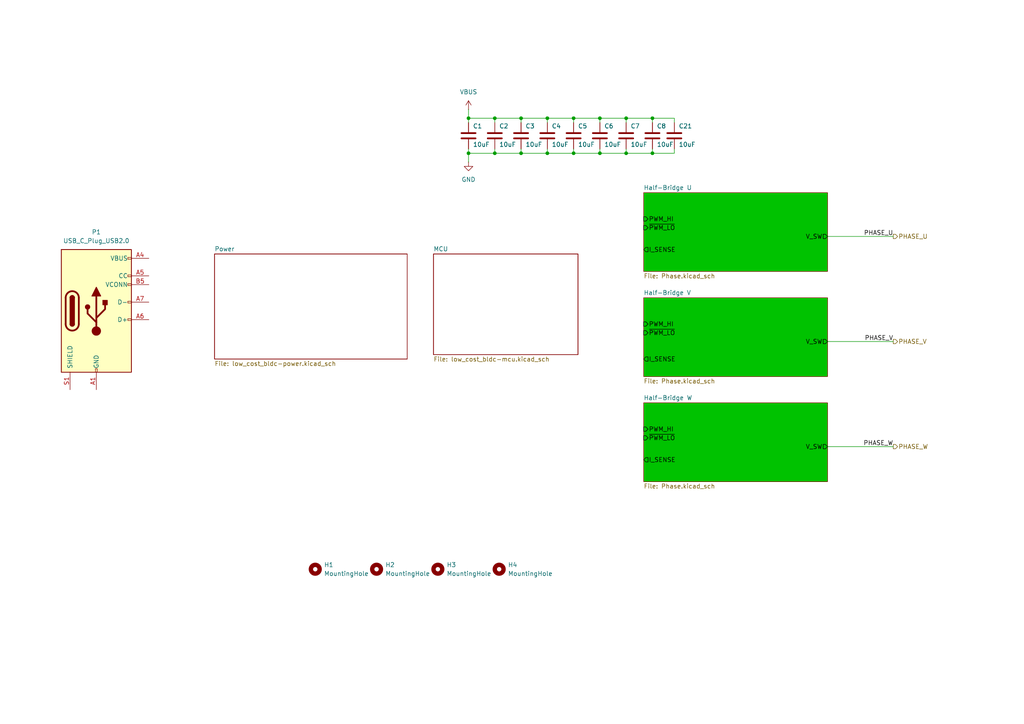
<source format=kicad_sch>
(kicad_sch (version 20231120) (generator "eeschema") (generator_version "8.0")
  (paper "A4")
  (title_block (title "FreeWheel") (rev "001"))
  (lib_symbols
    (symbol "Connector:USB_C_Plug_USB2.0" (pin_names (offset 1.016))
      (property "Reference" "P" (at -10.16 19.05 0))
      (property "Value" "USB_C_Plug_USB2.0" (at 12.7 19.05 0))
      (symbol "USB_C_Plug_USB2.0_0_0"
        (rectangle (start -0.254 -17.78) (end 0.254 -16.764))
        (rectangle (start 10.16 -2.286) (end 9.144 -2.794))
        (rectangle (start 10.16 2.794) (end 9.144 2.286))
        (rectangle (start 10.16 7.874) (end 9.144 7.366))
        (rectangle (start 10.16 10.414) (end 9.144 9.906))
        (rectangle (start 10.16 15.494) (end 9.144 14.986))
      )
      (symbol "USB_C_Plug_USB2.0_0_1"
        (rectangle (start -10.16 17.78) (end 10.16 -17.78) (stroke (width 0.254)) (fill (type background)))
        (arc (start -8.89 -3.81) (mid -6.985 -5.7067) (end -5.08 -3.81) (stroke (width 0.508)))
        (arc (start -7.62 -3.81) (mid -6.985 -4.4423) (end -6.35 -3.81) (stroke (width 0.254)))
        (arc (start -7.62 -3.81) (mid -6.985 -4.4423) (end -6.35 -3.81) (stroke (width 0.254)) (fill (type outline)))
        (rectangle (start -7.62 -3.81) (end -6.35 3.81) (stroke (width 0.254)) (fill (type outline)))
        (arc (start -6.35 3.81) (mid -6.985 4.4423) (end -7.62 3.81) (stroke (width 0.254)))
        (arc (start -6.35 3.81) (mid -6.985 4.4423) (end -7.62 3.81) (stroke (width 0.254)) (fill (type outline)))
        (arc (start -5.08 3.81) (mid -6.985 5.7067) (end -8.89 3.81) (stroke (width 0.508)))
        (circle (center -2.54 1.143) (radius 0.635) (stroke (width 0.254)) (fill (type outline)))
        (circle (center 0 -5.842) (radius 1.27) (fill (type outline)))
        (polyline (pts (xy -8.89 -3.81) (xy -8.89 3.81)) (stroke (width 0.508)))
        (polyline (pts (xy -5.08 3.81) (xy -5.08 -3.81)) (stroke (width 0.508)))
        (polyline (pts (xy 0 -5.842) (xy 0 4.318)) (stroke (width 0.508)))
        (polyline (pts (xy 0 -3.302) (xy -2.54 -0.762) (xy -2.54 0.508)) (stroke (width 0.508)))
        (polyline (pts (xy 0 -2.032) (xy 2.54 0.508) (xy 2.54 1.778)) (stroke (width 0.508)))
        (polyline (pts (xy -1.27 4.318) (xy 0 6.858) (xy 1.27 4.318) (xy -1.27 4.318)) (stroke (width 0.254)) (fill (type outline)))
        (rectangle (start 1.905 1.778) (end 3.175 3.048) (stroke (width 0.254)) (fill (type outline)))
      )
      (symbol "USB_C_Plug_USB2.0_1_1"
        (pin passive line (at 0 -22.86 90) (length 5.08) (name "GND") (number "A1"))
        (pin passive line (at 0 -22.86 90) (length 5.08) hide (name "GND") (number "A12"))
        (pin passive line (at 15.24 15.24 180) (length 5.08) (name "VBUS") (number "A4"))
        (pin bidirectional line (at 15.24 10.16 180) (length 5.08) (name "CC") (number "A5"))
        (pin bidirectional line (at 15.24 -2.54 180) (length 5.08) (name "D+") (number "A6"))
        (pin bidirectional line (at 15.24 2.54 180) (length 5.08) (name "D-") (number "A7"))
        (pin passive line (at 15.24 15.24 180) (length 5.08) hide (name "VBUS") (number "A9"))
        (pin passive line (at 0 -22.86 90) (length 5.08) hide (name "GND") (number "B1"))
        (pin passive line (at 0 -22.86 90) (length 5.08) hide (name "GND") (number "B12"))
        (pin passive line (at 15.24 15.24 180) (length 5.08) hide (name "VBUS") (number "B4"))
        (pin bidirectional line (at 15.24 7.62 180) (length 5.08) (name "VCONN") (number "B5"))
        (pin passive line (at 15.24 15.24 180) (length 5.08) hide (name "VBUS") (number "B9"))
        (pin passive line (at -7.62 -22.86 90) (length 5.08) (name "SHIELD") (number "S1"))
      )
    )
    (symbol "Device:C" (pin_numbers hide) (pin_names (offset 0.254))
      (property "Reference" "C" (at 0.635 2.54 0))
      (property "Value" "C" (at 0.635 -2.54 0))
      (symbol "C_0_1"
        (polyline (pts (xy -2.032 -0.762) (xy 2.032 -0.762)) (stroke (width 0.508)))
        (polyline (pts (xy -2.032 0.762) (xy 2.032 0.762)) (stroke (width 0.508)))
      )
      (symbol "C_1_1"
        (pin passive line (at 0 3.81 270) (length 2.794) (name "~") (number "1"))
        (pin passive line (at 0 -3.81 90) (length 2.794) (name "~") (number "2"))
      )
    )
    (symbol "Mechanical:MountingHole" (pin_names (offset 1.016)) (exclude_from_sim yes) (in_bom no)
      (property "Reference" "H" (at 0 5.08 0))
      (property "Value" "MountingHole" (at 0 3.175 0))
      (symbol "MountingHole_0_1"
        (circle (center 0 0) (radius 1.27) (stroke (width 1.27)))
      )
    )
    (symbol "power:GND" (power) (pin_numbers hide) (pin_names (offset 0) hide)
      (property "Value" "GND" (at 0 -3.81 0))
      (symbol "GND_0_1"
        (polyline (pts (xy 0 0) (xy 0 -1.27) (xy 1.27 -1.27) (xy 0 -2.54) (xy -1.27 -1.27) (xy 0 -1.27)))
      )
      (symbol "GND_1_1"
        (pin power_in line (at 0 0 270) (length 0) (name "~") (number "1"))
      )
    )
    (symbol "power:VBUS" (power) (pin_numbers hide) (pin_names (offset 0) hide)
      (property "Value" "VBUS" (at 0 3.556 0))
      (symbol "VBUS_0_1"
        (polyline (pts (xy -0.762 1.27) (xy 0 2.54)))
        (polyline (pts (xy 0 0) (xy 0 2.54)))
        (polyline (pts (xy 0 2.54) (xy 0.762 1.27)))
      )
      (symbol "VBUS_1_1"
        (pin power_in line (at 0 0 90) (length 0) (name "~") (number "1"))
      )
    )
  )
  (junction (at 135.89 34.29))
  (junction (at 143.51 34.29))
  (junction (at 181.61 34.29))
  (junction (at 173.99 34.29))
  (junction (at 151.13 44.45))
  (junction (at 189.23 44.45))
  (junction (at 151.13 34.29))
  (junction (at 166.37 34.29))
  (junction (at 143.51 44.45))
  (junction (at 166.37 44.45))
  (junction (at 158.75 34.29))
  (junction (at 189.23 34.29))
  (junction (at 135.89 44.45))
  (junction (at 181.61 44.45))
  (junction (at 158.75 44.45))
  (junction (at 173.99 44.45))
  (wire (pts (xy 195.58 35.56) (xy 195.58 34.29)))
  (wire (pts (xy 166.37 34.29) (xy 158.75 34.29)))
  (wire (pts (xy 166.37 34.29) (xy 166.37 35.56)))
  (wire (pts (xy 181.61 44.45) (xy 189.23 44.45)))
  (wire (pts (xy 135.89 31.75) (xy 135.89 34.29)))
  (wire (pts (xy 143.51 43.18) (xy 143.51 44.45)))
  (wire (pts (xy 195.58 43.18) (xy 195.58 44.45)))
  (wire (pts (xy 158.75 43.18) (xy 158.75 44.45)))
  (wire (pts (xy 158.75 34.29) (xy 158.75 35.56)))
  (wire (pts (xy 173.99 43.18) (xy 173.99 44.45)))
  (wire (pts (xy 135.89 44.45) (xy 135.89 46.99)))
  (wire (pts (xy 166.37 43.18) (xy 166.37 44.45)))
  (wire (pts (xy 143.51 44.45) (xy 151.13 44.45)))
  (wire (pts (xy 173.99 34.29) (xy 173.99 35.56)))
  (wire (pts (xy 173.99 44.45) (xy 181.61 44.45)))
  (wire (pts (xy 166.37 44.45) (xy 173.99 44.45)))
  (wire (pts (xy 240.03 68.58) (xy 259.08 68.58)))
  (wire (pts (xy 195.58 34.29) (xy 189.23 34.29)))
  (wire (pts (xy 173.99 34.29) (xy 166.37 34.29)))
  (wire (pts (xy 135.89 44.45) (xy 143.51 44.45)))
  (wire (pts (xy 143.51 34.29) (xy 143.51 35.56)))
  (wire (pts (xy 240.03 129.54) (xy 259.08 129.54)))
  (wire (pts (xy 189.23 34.29) (xy 181.61 34.29)))
  (wire (pts (xy 181.61 34.29) (xy 181.61 35.56)))
  (wire (pts (xy 151.13 34.29) (xy 143.51 34.29)))
  (wire (pts (xy 135.89 43.18) (xy 135.89 44.45)))
  (wire (pts (xy 181.61 43.18) (xy 181.61 44.45)))
  (wire (pts (xy 158.75 34.29) (xy 151.13 34.29)))
  (wire (pts (xy 151.13 44.45) (xy 158.75 44.45)))
  (wire (pts (xy 240.03 99.06) (xy 259.08 99.06)))
  (wire (pts (xy 143.51 34.29) (xy 135.89 34.29)))
  (wire (pts (xy 181.61 34.29) (xy 173.99 34.29)))
  (wire (pts (xy 189.23 35.56) (xy 189.23 34.29)))
  (wire (pts (xy 158.75 44.45) (xy 166.37 44.45)))
  (wire (pts (xy 189.23 44.45) (xy 189.23 43.18)))
  (wire (pts (xy 189.23 44.45) (xy 195.58 44.45)))
  (wire (pts (xy 135.89 34.29) (xy 135.89 35.56)))
  (wire (pts (xy 151.13 34.29) (xy 151.13 35.56)))
  (wire (pts (xy 151.13 43.18) (xy 151.13 44.45)))
  (label "PHASE_W" (at 259.08 129.54 180))
  (label "PHASE_U" (at 259.08 68.58 180))
  (label "PHASE_V" (at 259.08 99.06 180))
  (hierarchical_label "PHASE_U" (shape output) (at 259.08 68.58 0))
  (hierarchical_label "PHASE_V" (shape output) (at 259.08 99.06 0))
  (hierarchical_label "PHASE_W" (shape output) (at 259.08 129.54 0))
  (symbol (lib_id "Device:C") (at 189.23 39.37 0) (unit 1)
    (property "Reference" "C8" (at 190.5 36.576 0) (effects (justify left)))
    (property "Value" "10uF" (at 190.5 41.91 0) (effects (justify left)))
    (property "Footprint" "Capacitor_SMD:C_1206_3216Metric" (effects (hide yes)))
    (property "Description" "Unpolarized capacitor" (effects (hide yes)))
  )
  (symbol (lib_id "Mechanical:MountingHole") (at 127 165.1 0) (unit 1) (exclude_from_sim yes) (in_bom no)
    (property "Reference" "H3" (at 129.54 163.8299 0) (effects (justify left)))
    (property "Value" "MountingHole" (at 129.54 166.3699 0) (effects (justify left)))
    (property "Footprint" "MountingHole:MountingHole_3.2mm_M3" (effects (hide yes)))
    (property "Description" "Mounting Hole without connection" (effects (hide yes)))
  )
  (symbol (lib_id "Device:C") (at 151.13 39.37 0) (unit 1)
    (property "Reference" "C3" (at 152.4 36.576 0) (effects (justify left)))
    (property "Value" "10uF" (at 152.4 41.91 0) (effects (justify left)))
    (property "Footprint" "Capacitor_SMD:C_1206_3216Metric" (effects (hide yes)))
    (property "Description" "Unpolarized capacitor" (effects (hide yes)))
  )
  (symbol (lib_id "Device:C") (at 195.58 39.37 0) (unit 1)
    (property "Reference" "C21" (at 196.85 36.576 0) (effects (justify left)))
    (property "Value" "10uF" (at 196.85 41.91 0) (effects (justify left)))
    (property "Footprint" "Capacitor_SMD:C_1206_3216Metric" (effects (hide yes)))
    (property "Description" "Unpolarized capacitor" (effects (hide yes)))
  )
  (symbol (lib_id "Mechanical:MountingHole") (at 91.44 165.1 0) (unit 1) (exclude_from_sim yes) (in_bom no)
    (property "Reference" "H1" (at 93.98 163.8299 0) (effects (justify left)))
    (property "Value" "MountingHole" (at 93.98 166.3699 0) (effects (justify left)))
    (property "Footprint" "MountingHole:MountingHole_3.2mm_M3" (effects (hide yes)))
    (property "Description" "Mounting Hole without connection" (effects (hide yes)))
  )
  (symbol (lib_id "Device:C") (at 181.61 39.37 0) (unit 1)
    (property "Reference" "C7" (at 182.88 36.576 0) (effects (justify left)))
    (property "Value" "10uF" (at 182.88 41.91 0) (effects (justify left)))
    (property "Footprint" "Capacitor_SMD:C_1206_3216Metric" (effects (hide yes)))
    (property "Description" "Unpolarized capacitor" (effects (hide yes)))
  )
  (symbol (lib_id "Mechanical:MountingHole") (at 109.22 165.1 0) (unit 1) (exclude_from_sim yes) (in_bom no)
    (property "Reference" "H2" (at 111.76 163.8299 0) (effects (justify left)))
    (property "Value" "MountingHole" (at 111.76 166.3699 0) (effects (justify left)))
    (property "Footprint" "MountingHole:MountingHole_3.2mm_M3" (effects (hide yes)))
    (property "Description" "Mounting Hole without connection" (effects (hide yes)))
  )
  (symbol (lib_id "Device:C") (at 158.75 39.37 0) (unit 1)
    (property "Reference" "C4" (at 160.02 36.576 0) (effects (justify left)))
    (property "Value" "10uF" (at 160.02 41.91 0) (effects (justify left)))
    (property "Footprint" "Capacitor_SMD:C_1206_3216Metric" (effects (hide yes)))
    (property "Description" "Unpolarized capacitor" (effects (hide yes)))
  )
  (symbol (lib_id "power:GND") (at 135.89 46.99 0) (unit 1)
    (property "Reference" "#PWR02" (effects (hide yes)))
    (property "Value" "GND" (at 135.89 52.07 0))
    (property "Description" "Power symbol creates a global label with name \"GND\" , ground" (effects (hide yes)))
  )
  (symbol (lib_id "Device:C") (at 173.99 39.37 0) (unit 1)
    (property "Reference" "C6" (at 175.26 36.576 0) (effects (justify left)))
    (property "Value" "10uF" (at 175.26 41.91 0) (effects (justify left)))
    (property "Footprint" "Capacitor_SMD:C_1206_3216Metric" (effects (hide yes)))
    (property "Description" "Unpolarized capacitor" (effects (hide yes)))
  )
  (symbol (lib_id "Device:C") (at 143.51 39.37 0) (unit 1)
    (property "Reference" "C2" (at 144.78 36.576 0) (effects (justify left)))
    (property "Value" "10uF" (at 144.78 41.91 0) (effects (justify left)))
    (property "Footprint" "Capacitor_SMD:C_1206_3216Metric" (effects (hide yes)))
    (property "Description" "Unpolarized capacitor" (effects (hide yes)))
  )
  (symbol (lib_id "power:VBUS") (at 135.89 31.75 0) (unit 1)
    (property "Reference" "#PWR01" (effects (hide yes)))
    (property "Value" "VBUS" (at 135.89 26.67 0))
    (property "Description" "Power symbol creates a global label with name \"VBUS\"" (effects (hide yes)))
  )
  (symbol (lib_id "Connector:USB_C_Plug_USB2.0") (at 27.94 90.17 0) (unit 1)
    (property "Reference" "P1" (at 27.94 67.31 0))
    (property "Value" "USB_C_Plug_USB2.0" (at 27.94 69.85 0))
    (property "Footprint" "Connector_USB:USB_C_Receptacle_Amphenol_12401610E4-2A" (effects (hide yes)))
    (property "Datasheet" "https://www.usb.org/sites/default/files/documents/usb_type-c.zip" (effects (hide yes)))
    (property "Description" "USB 2.0-only Type-C Plug connector" (effects (hide yes)))
  )
  (symbol (lib_id "Mechanical:MountingHole") (at 144.78 165.1 0) (unit 1) (exclude_from_sim yes) (in_bom no)
    (property "Reference" "H4" (at 147.32 163.8299 0) (effects (justify left)))
    (property "Value" "MountingHole" (at 147.32 166.3699 0) (effects (justify left)))
    (property "Footprint" "MountingHole:MountingHole_3.2mm_M3" (effects (hide yes)))
    (property "Description" "Mounting Hole without connection" (effects (hide yes)))
  )
  (symbol (lib_id "Device:C") (at 135.89 39.37 0) (unit 1)
    (property "Reference" "C1" (at 137.16 36.576 0) (effects (justify left)))
    (property "Value" "10uF" (at 137.16 41.91 0) (effects (justify left)))
    (property "Footprint" "Capacitor_SMD:C_1206_3216Metric" (effects (hide yes)))
    (property "Description" "Unpolarized capacitor" (effects (hide yes)))
  )
  (symbol (lib_id "Device:C") (at 166.37 39.37 0) (unit 1)
    (property "Reference" "C5" (at 167.64 36.576 0) (effects (justify left)))
    (property "Value" "10uF" (at 167.64 41.91 0) (effects (justify left)))
    (property "Footprint" "Capacitor_SMD:C_1206_3216Metric" (effects (hide yes)))
    (property "Description" "Unpolarized capacitor" (effects (hide yes)))
  )
  (sheet (at 62.23 73.66) (size 55.88 30.48) (stroke (width 0.1524))
    (property "Sheetname" "Power" (at 62.23 72.9484 0) (effects (justify left bottom)))
    (property "Sheetfile" "low_cost_bldc-power.kicad_sch" (at 62.23 104.7246 0) (effects (justify left top)))
  )
  (sheet (at 186.69 55.88) (size 53.34 22.86) (stroke (width 0.1524)) (fill (color 0 194 0 1.0000))
    (property "Sheetname" "Half-Bridge U" (at 186.69 55.1684 0) (effects (justify left bottom)))
    (property "Sheetfile" "Phase.kicad_sch" (at 186.69 79.3246 0) (effects (justify left top)))
    (pin "V_SW" output (at 240.03 68.58 0))
    (pin "~{PWM_LO}" input (at 186.69 66.04 180))
    (pin "PWM_HI" input (at 186.69 63.5 180))
    (pin "I_SENSE" output (at 186.69 72.39 180))
  )
  (sheet (at 186.69 86.36) (size 53.34 22.86) (stroke (width 0.1524)) (fill (color 0 194 0 1.0000))
    (property "Sheetname" "Half-Bridge V" (at 186.69 85.6484 0) (effects (justify left bottom)))
    (property "Sheetfile" "Phase.kicad_sch" (at 186.69 109.8046 0) (effects (justify left top)))
    (pin "V_SW" output (at 240.03 99.06 0))
    (pin "~{PWM_LO}" input (at 186.69 96.52 180))
    (pin "PWM_HI" input (at 186.69 93.98 180))
    (pin "I_SENSE" output (at 186.69 104.14 180))
  )
  (sheet (at 186.69 116.84) (size 53.34 22.86) (stroke (width 0.1524)) (fill (color 0 194 0 1.0000))
    (property "Sheetname" "Half-Bridge W" (at 186.69 116.1284 0) (effects (justify left bottom)))
    (property "Sheetfile" "Phase.kicad_sch" (at 186.69 140.2846 0) (effects (justify left top)))
    (pin "V_SW" output (at 240.03 129.54 0))
    (pin "~{PWM_LO}" input (at 186.69 127 180))
    (pin "PWM_HI" input (at 186.69 124.46 180))
    (pin "I_SENSE" output (at 186.69 133.35 180))
  )
  (sheet (at 125.73 73.66) (size 41.91 29.21) (stroke (width 0.1524))
    (property "Sheetname" "MCU" (at 125.73 72.9484 0) (effects (justify left bottom)))
    (property "Sheetfile" "low_cost_bldc-mcu.kicad_sch" (at 125.73 103.4546 0) (effects (justify left top)))
  )
)
</source>
